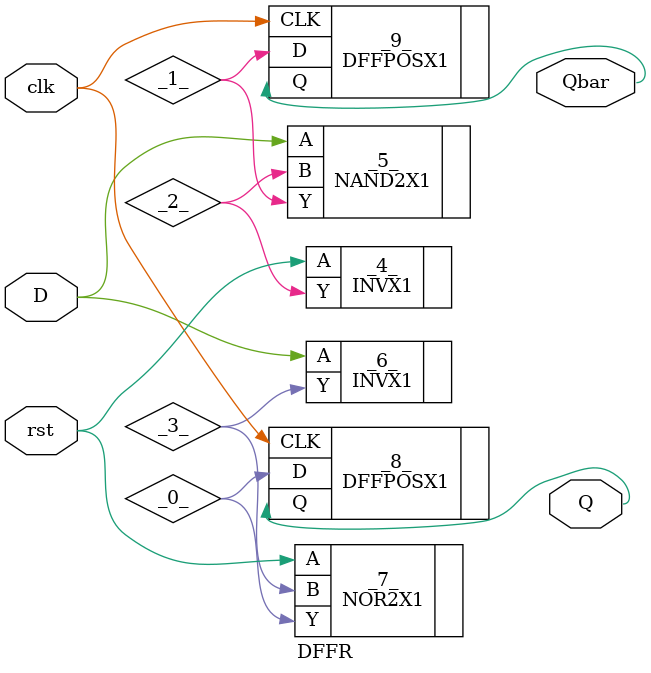
<source format=v>
/* Generated by Yosys 0.5 (git sha1 c3c9fbf, gcc 4.9.2-10ubuntu5 -O2 -fstack-protector-strong -fPIC -Os) */

(* src = "DFF.v:1" *)
module DFFR(D, clk, rst, Q, Qbar);
  (* src = "DFF.v:2" *)
  wire _0_;
  (* src = "DFF.v:2" *)
  wire _1_;
  wire _2_;
  wire _3_;
  (* src = "DFF.v:1" *)
  input D;
  (* src = "DFF.v:1" *)
  output Q;
  (* src = "DFF.v:1" *)
  output Qbar;
  (* src = "DFF.v:1" *)
  input clk;
  (* src = "DFF.v:1" *)
  input rst;
  INVX1 _4_ (
    .A(rst),
    .Y(_2_)
  );
  NAND2X1 _5_ (
    .A(D),
    .B(_2_),
    .Y(_1_)
  );
  INVX1 _6_ (
    .A(D),
    .Y(_3_)
  );
  NOR2X1 _7_ (
    .A(rst),
    .B(_3_),
    .Y(_0_)
  );
  DFFPOSX1 _8_ (
    .CLK(clk),
    .D(_0_),
    .Q(Q)
  );
  DFFPOSX1 _9_ (
    .CLK(clk),
    .D(_1_),
    .Q(Qbar)
  );
endmodule

</source>
